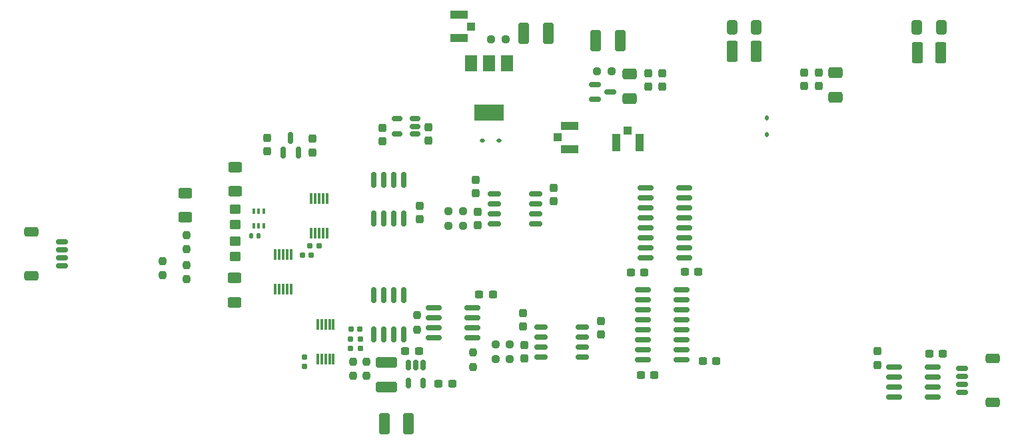
<source format=gbr>
%TF.GenerationSoftware,KiCad,Pcbnew,7.0.9*%
%TF.CreationDate,2024-10-16T13:46:26-06:00*%
%TF.ProjectId,sq_lockin_v9,73715f6c-6f63-46b6-996e-5f76392e6b69,rev?*%
%TF.SameCoordinates,Original*%
%TF.FileFunction,Paste,Top*%
%TF.FilePolarity,Positive*%
%FSLAX46Y46*%
G04 Gerber Fmt 4.6, Leading zero omitted, Abs format (unit mm)*
G04 Created by KiCad (PCBNEW 7.0.9) date 2024-10-16 13:46:26*
%MOMM*%
%LPD*%
G01*
G04 APERTURE LIST*
G04 Aperture macros list*
%AMRoundRect*
0 Rectangle with rounded corners*
0 $1 Rounding radius*
0 $2 $3 $4 $5 $6 $7 $8 $9 X,Y pos of 4 corners*
0 Add a 4 corners polygon primitive as box body*
4,1,4,$2,$3,$4,$5,$6,$7,$8,$9,$2,$3,0*
0 Add four circle primitives for the rounded corners*
1,1,$1+$1,$2,$3*
1,1,$1+$1,$4,$5*
1,1,$1+$1,$6,$7*
1,1,$1+$1,$8,$9*
0 Add four rect primitives between the rounded corners*
20,1,$1+$1,$2,$3,$4,$5,0*
20,1,$1+$1,$4,$5,$6,$7,0*
20,1,$1+$1,$6,$7,$8,$9,0*
20,1,$1+$1,$8,$9,$2,$3,0*%
G04 Aperture macros list end*
%ADD10RoundRect,0.250000X0.625000X-0.400000X0.625000X0.400000X-0.625000X0.400000X-0.625000X-0.400000X0*%
%ADD11RoundRect,0.250000X-0.450000X0.350000X-0.450000X-0.350000X0.450000X-0.350000X0.450000X0.350000X0*%
%ADD12RoundRect,0.237500X-0.237500X0.250000X-0.237500X-0.250000X0.237500X-0.250000X0.237500X0.250000X0*%
%ADD13RoundRect,0.237500X0.237500X-0.300000X0.237500X0.300000X-0.237500X0.300000X-0.237500X-0.300000X0*%
%ADD14RoundRect,0.150000X0.512500X0.150000X-0.512500X0.150000X-0.512500X-0.150000X0.512500X-0.150000X0*%
%ADD15R,1.050000X1.000000*%
%ADD16R,2.200000X1.050000*%
%ADD17RoundRect,0.237500X0.237500X-0.250000X0.237500X0.250000X-0.237500X0.250000X-0.237500X-0.250000X0*%
%ADD18RoundRect,0.150000X0.150000X-0.587500X0.150000X0.587500X-0.150000X0.587500X-0.150000X-0.587500X0*%
%ADD19RoundRect,0.237500X0.250000X0.237500X-0.250000X0.237500X-0.250000X-0.237500X0.250000X-0.237500X0*%
%ADD20RoundRect,0.237500X-0.237500X0.300000X-0.237500X-0.300000X0.237500X-0.300000X0.237500X0.300000X0*%
%ADD21RoundRect,0.150000X-0.675000X-0.150000X0.675000X-0.150000X0.675000X0.150000X-0.675000X0.150000X0*%
%ADD22RoundRect,0.237500X-0.300000X-0.237500X0.300000X-0.237500X0.300000X0.237500X-0.300000X0.237500X0*%
%ADD23RoundRect,0.237500X0.300000X0.237500X-0.300000X0.237500X-0.300000X-0.237500X0.300000X-0.237500X0*%
%ADD24RoundRect,0.160000X-0.160000X0.197500X-0.160000X-0.197500X0.160000X-0.197500X0.160000X0.197500X0*%
%ADD25RoundRect,0.160000X0.160000X-0.197500X0.160000X0.197500X-0.160000X0.197500X-0.160000X-0.197500X0*%
%ADD26RoundRect,0.150000X-0.825000X-0.150000X0.825000X-0.150000X0.825000X0.150000X-0.825000X0.150000X0*%
%ADD27RoundRect,0.112500X-0.187500X-0.112500X0.187500X-0.112500X0.187500X0.112500X-0.187500X0.112500X0*%
%ADD28RoundRect,0.150000X-0.150000X0.825000X-0.150000X-0.825000X0.150000X-0.825000X0.150000X0.825000X0*%
%ADD29RoundRect,0.150000X-0.150000X0.512500X-0.150000X-0.512500X0.150000X-0.512500X0.150000X0.512500X0*%
%ADD30RoundRect,0.250001X-0.462499X-1.074999X0.462499X-1.074999X0.462499X1.074999X-0.462499X1.074999X0*%
%ADD31RoundRect,0.250000X0.650000X-0.412500X0.650000X0.412500X-0.650000X0.412500X-0.650000X-0.412500X0*%
%ADD32RoundRect,0.237500X-0.250000X-0.237500X0.250000X-0.237500X0.250000X0.237500X-0.250000X0.237500X0*%
%ADD33RoundRect,0.150000X0.625000X-0.150000X0.625000X0.150000X-0.625000X0.150000X-0.625000X-0.150000X0*%
%ADD34RoundRect,0.250000X0.650000X-0.350000X0.650000X0.350000X-0.650000X0.350000X-0.650000X-0.350000X0*%
%ADD35RoundRect,0.155000X0.155000X-0.212500X0.155000X0.212500X-0.155000X0.212500X-0.155000X-0.212500X0*%
%ADD36RoundRect,0.140000X0.140000X0.170000X-0.140000X0.170000X-0.140000X-0.170000X0.140000X-0.170000X0*%
%ADD37RoundRect,0.150000X-0.625000X0.150000X-0.625000X-0.150000X0.625000X-0.150000X0.625000X0.150000X0*%
%ADD38RoundRect,0.250000X-0.650000X0.350000X-0.650000X-0.350000X0.650000X-0.350000X0.650000X0.350000X0*%
%ADD39R,1.000000X1.050000*%
%ADD40R,1.050000X2.200000*%
%ADD41R,0.300000X1.400000*%
%ADD42R,0.400000X0.650000*%
%ADD43RoundRect,0.250000X-0.412500X-1.100000X0.412500X-1.100000X0.412500X1.100000X-0.412500X1.100000X0*%
%ADD44RoundRect,0.250000X-1.100000X0.412500X-1.100000X-0.412500X1.100000X-0.412500X1.100000X0.412500X0*%
%ADD45RoundRect,0.150000X-0.587500X-0.150000X0.587500X-0.150000X0.587500X0.150000X-0.587500X0.150000X0*%
%ADD46RoundRect,0.155000X-0.212500X-0.155000X0.212500X-0.155000X0.212500X0.155000X-0.212500X0.155000X0*%
%ADD47RoundRect,0.150000X0.825000X0.150000X-0.825000X0.150000X-0.825000X-0.150000X0.825000X-0.150000X0*%
%ADD48RoundRect,0.250000X0.412500X0.650000X-0.412500X0.650000X-0.412500X-0.650000X0.412500X-0.650000X0*%
%ADD49R,1.500000X2.000000*%
%ADD50R,3.800000X2.000000*%
%ADD51RoundRect,0.250000X0.412500X1.100000X-0.412500X1.100000X-0.412500X-1.100000X0.412500X-1.100000X0*%
%ADD52RoundRect,0.155000X0.212500X0.155000X-0.212500X0.155000X-0.212500X-0.155000X0.212500X-0.155000X0*%
%ADD53RoundRect,0.112500X0.112500X-0.187500X0.112500X0.187500X-0.112500X0.187500X-0.112500X-0.187500X0*%
G04 APERTURE END LIST*
D10*
%TO.C,R1*%
X137200000Y-79362500D03*
X137200000Y-76262500D03*
%TD*%
%TO.C,R5*%
X130900000Y-82662500D03*
X130900000Y-79562500D03*
%TD*%
%TO.C,R4*%
X137100000Y-93462500D03*
X137100000Y-90362500D03*
%TD*%
D11*
%TO.C,R2*%
X137175000Y-81600000D03*
X137175000Y-83600000D03*
%TD*%
D12*
%TO.C,R6*%
X131000000Y-88712500D03*
X131000000Y-90537500D03*
%TD*%
D13*
%TO.C,C2*%
X161800000Y-72900000D03*
X161800000Y-71175000D03*
%TD*%
%TO.C,C3*%
X155900000Y-72987500D03*
X155900000Y-71262500D03*
%TD*%
D14*
%TO.C,U2*%
X160037500Y-72050000D03*
X160037500Y-71100000D03*
X160037500Y-70150000D03*
X157762500Y-70150000D03*
X157762500Y-72050000D03*
%TD*%
D15*
%TO.C,J5*%
X178150000Y-72500000D03*
D16*
X179675000Y-71025000D03*
X179675000Y-73975000D03*
%TD*%
D17*
%TO.C,R7*%
X131000000Y-86712500D03*
X131000000Y-84887500D03*
%TD*%
D11*
%TO.C,R3*%
X137200000Y-85675000D03*
X137200000Y-87675000D03*
%TD*%
D13*
%TO.C,C4*%
X141300000Y-74287500D03*
X141300000Y-72562500D03*
%TD*%
%TO.C,C6*%
X147000000Y-74387500D03*
X147000000Y-72662500D03*
%TD*%
D12*
%TO.C,R8*%
X128000000Y-88212500D03*
X128000000Y-90037500D03*
%TD*%
D18*
%TO.C,U3*%
X143320000Y-74412500D03*
X145220000Y-74412500D03*
X144270000Y-72537500D03*
%TD*%
D19*
%TO.C,R16*%
X166137500Y-83760000D03*
X164312500Y-83760000D03*
%TD*%
D13*
%TO.C,C22*%
X168000000Y-83697500D03*
X168000000Y-81972500D03*
%TD*%
%TO.C,C23*%
X167800000Y-79597500D03*
X167800000Y-77872500D03*
%TD*%
D20*
%TO.C,C24*%
X177700000Y-78922500D03*
X177700000Y-80647500D03*
%TD*%
D19*
%TO.C,R15*%
X166137500Y-81860000D03*
X164312500Y-81860000D03*
%TD*%
D21*
%TO.C,U15*%
X170125000Y-79675000D03*
X170125000Y-80945000D03*
X170125000Y-82215000D03*
X170125000Y-83485000D03*
X175375000Y-83485000D03*
X175375000Y-82215000D03*
X175375000Y-80945000D03*
X175375000Y-79675000D03*
%TD*%
D13*
%TO.C,C26*%
X173775000Y-96527500D03*
X173775000Y-94802500D03*
%TD*%
%TO.C,C25*%
X173975000Y-100627500D03*
X173975000Y-98902500D03*
%TD*%
D19*
%TO.C,R18*%
X172112500Y-100690000D03*
X170287500Y-100690000D03*
%TD*%
%TO.C,R17*%
X172112500Y-98790000D03*
X170287500Y-98790000D03*
%TD*%
D20*
%TO.C,C27*%
X183675000Y-95852500D03*
X183675000Y-97577500D03*
%TD*%
D21*
%TO.C,U16*%
X176100000Y-96605000D03*
X176100000Y-97875000D03*
X176100000Y-99145000D03*
X176100000Y-100415000D03*
X181350000Y-100415000D03*
X181350000Y-99145000D03*
X181350000Y-97875000D03*
X181350000Y-96605000D03*
%TD*%
D22*
%TO.C,C16*%
X158837500Y-99660000D03*
X160562500Y-99660000D03*
%TD*%
D23*
%TO.C,C17*%
X169962500Y-92500000D03*
X168237500Y-92500000D03*
%TD*%
D12*
%TO.C,R9*%
X160300000Y-95087500D03*
X160300000Y-96912500D03*
%TD*%
D17*
%TO.C,R10*%
X167400000Y-101672500D03*
X167400000Y-99847500D03*
%TD*%
D24*
%TO.C,R13*%
X151900000Y-98102500D03*
X151900000Y-99297500D03*
%TD*%
D25*
%TO.C,R14*%
X153100000Y-99297500D03*
X153100000Y-98102500D03*
%TD*%
D26*
%TO.C,U13*%
X162425000Y-94155000D03*
X162425000Y-95425000D03*
X162425000Y-96695000D03*
X162425000Y-97965000D03*
X167375000Y-97965000D03*
X167375000Y-96695000D03*
X167375000Y-95425000D03*
X167375000Y-94155000D03*
%TD*%
D22*
%TO.C,C18*%
X163075000Y-103800000D03*
X164800000Y-103800000D03*
%TD*%
D27*
%TO.C,D1*%
X168650000Y-72900000D03*
X170750000Y-72900000D03*
%TD*%
D28*
%TO.C,U11*%
X158605000Y-77885000D03*
X157335000Y-77885000D03*
X156065000Y-77885000D03*
X154795000Y-77885000D03*
X154795000Y-82835000D03*
X156065000Y-82835000D03*
X157335000Y-82835000D03*
X158605000Y-82835000D03*
%TD*%
D13*
%TO.C,C15*%
X160700000Y-82922500D03*
X160700000Y-81197500D03*
%TD*%
D28*
%TO.C,U12*%
X158605000Y-92585000D03*
X157335000Y-92585000D03*
X156065000Y-92585000D03*
X154795000Y-92585000D03*
X154795000Y-97535000D03*
X156065000Y-97535000D03*
X157335000Y-97535000D03*
X158605000Y-97535000D03*
%TD*%
D29*
%TO.C,U14*%
X161100000Y-101412500D03*
X160150000Y-101412500D03*
X159200000Y-101412500D03*
X159200000Y-103687500D03*
X161100000Y-103687500D03*
%TD*%
D30*
%TO.C,L1*%
X200412500Y-61600000D03*
X203387500Y-61600000D03*
%TD*%
D31*
%TO.C,C33*%
X213500000Y-67362500D03*
X213500000Y-64237500D03*
%TD*%
D32*
%TO.C,R20*%
X169737500Y-60000000D03*
X171562500Y-60000000D03*
%TD*%
D33*
%TO.C,J8*%
X229625000Y-104900000D03*
X229625000Y-103900000D03*
X229625000Y-102900000D03*
X229625000Y-101900000D03*
D34*
X233500000Y-106200000D03*
X233500000Y-100600000D03*
%TD*%
D35*
%TO.C,C14*%
X146000000Y-101567500D03*
X146000000Y-100432500D03*
%TD*%
D23*
%TO.C,C10*%
X189200000Y-89700000D03*
X187475000Y-89700000D03*
%TD*%
D36*
%TO.C,C1*%
X140180000Y-85000000D03*
X139220000Y-85000000D03*
%TD*%
D37*
%TO.C,J1*%
X115200000Y-85800000D03*
X115200000Y-86800000D03*
X115200000Y-87800000D03*
X115200000Y-88800000D03*
D38*
X111325000Y-84500000D03*
X111325000Y-90100000D03*
%TD*%
D22*
%TO.C,C11*%
X194337500Y-89600000D03*
X196062500Y-89600000D03*
%TD*%
D39*
%TO.C,J12*%
X187100000Y-71650000D03*
D40*
X188575000Y-73175000D03*
X185625000Y-73175000D03*
%TD*%
D41*
%TO.C,U8*%
X144300000Y-87400000D03*
X143800000Y-87400000D03*
X143300000Y-87400000D03*
X142800000Y-87400000D03*
X142300000Y-87400000D03*
X142300000Y-91800000D03*
X142800000Y-91800000D03*
X143300000Y-91800000D03*
X143800000Y-91800000D03*
X144300000Y-91800000D03*
%TD*%
D42*
%TO.C,U1*%
X140850000Y-81850000D03*
X140200000Y-81850000D03*
X139550000Y-81850000D03*
X139550000Y-83750000D03*
X140200000Y-83750000D03*
X140850000Y-83750000D03*
%TD*%
D26*
%TO.C,U6*%
X220925000Y-101715000D03*
X220925000Y-102985000D03*
X220925000Y-104255000D03*
X220925000Y-105525000D03*
X225875000Y-105525000D03*
X225875000Y-104255000D03*
X225875000Y-102985000D03*
X225875000Y-101715000D03*
%TD*%
D43*
%TO.C,C39*%
X173887500Y-59250000D03*
X177012500Y-59250000D03*
%TD*%
D22*
%TO.C,C5*%
X188737500Y-102700000D03*
X190462500Y-102700000D03*
%TD*%
D44*
%TO.C,C19*%
X156400000Y-101137500D03*
X156400000Y-104262500D03*
%TD*%
D45*
%TO.C,Q1*%
X182965000Y-65757500D03*
X182965000Y-67657500D03*
X184840000Y-66707500D03*
%TD*%
D12*
%TO.C,R11*%
X153900000Y-100987500D03*
X153900000Y-102812500D03*
%TD*%
D46*
%TO.C,C12*%
X145732500Y-87500000D03*
X146867500Y-87500000D03*
%TD*%
D47*
%TO.C,U4*%
X193975000Y-100745000D03*
X193975000Y-99475000D03*
X193975000Y-98205000D03*
X193975000Y-96935000D03*
X193975000Y-95665000D03*
X193975000Y-94395000D03*
X193975000Y-93125000D03*
X193975000Y-91855000D03*
X189025000Y-91855000D03*
X189025000Y-93125000D03*
X189025000Y-94395000D03*
X189025000Y-95665000D03*
X189025000Y-96935000D03*
X189025000Y-98205000D03*
X189025000Y-99475000D03*
X189025000Y-100745000D03*
%TD*%
D17*
%TO.C,R12*%
X152200000Y-102825000D03*
X152200000Y-101000000D03*
%TD*%
D22*
%TO.C,C7*%
X196637500Y-100900000D03*
X198362500Y-100900000D03*
%TD*%
D46*
%TO.C,C13*%
X146732500Y-86300000D03*
X147867500Y-86300000D03*
%TD*%
D20*
%TO.C,C37*%
X209500000Y-64237500D03*
X209500000Y-65962500D03*
%TD*%
D48*
%TO.C,C29*%
X203462500Y-58500000D03*
X200337500Y-58500000D03*
%TD*%
D19*
%TO.C,R19*%
X185015000Y-64107500D03*
X183190000Y-64107500D03*
%TD*%
D43*
%TO.C,C38*%
X183037500Y-60200000D03*
X186162500Y-60200000D03*
%TD*%
D49*
%TO.C,Q2*%
X171750000Y-63050000D03*
X169450000Y-63050000D03*
D50*
X169450000Y-69350000D03*
D49*
X167150000Y-63050000D03*
%TD*%
D20*
%TO.C,C34*%
X189702500Y-64345000D03*
X189702500Y-66070000D03*
%TD*%
D41*
%TO.C,U9*%
X146900000Y-84700000D03*
X147400000Y-84700000D03*
X147900000Y-84700000D03*
X148400000Y-84700000D03*
X148900000Y-84700000D03*
X148900000Y-80300000D03*
X148400000Y-80300000D03*
X147900000Y-80300000D03*
X147400000Y-80300000D03*
X146900000Y-80300000D03*
%TD*%
D13*
%TO.C,C8*%
X218800000Y-101400000D03*
X218800000Y-99675000D03*
%TD*%
D51*
%TO.C,C20*%
X159262500Y-108900000D03*
X156137500Y-108900000D03*
%TD*%
D52*
%TO.C,C21*%
X153067500Y-96900000D03*
X151932500Y-96900000D03*
%TD*%
D20*
%TO.C,C36*%
X191502500Y-64345000D03*
X191502500Y-66070000D03*
%TD*%
D48*
%TO.C,C30*%
X226962500Y-58500000D03*
X223837500Y-58500000D03*
%TD*%
D53*
%TO.C,D3*%
X204800000Y-72150000D03*
X204800000Y-70050000D03*
%TD*%
D15*
%TO.C,J13*%
X167200000Y-58400000D03*
D16*
X165675000Y-59875000D03*
X165675000Y-56925000D03*
%TD*%
D41*
%TO.C,U10*%
X147700000Y-100700000D03*
X148200000Y-100700000D03*
X148700000Y-100700000D03*
X149200000Y-100700000D03*
X149700000Y-100700000D03*
X149700000Y-96300000D03*
X149200000Y-96300000D03*
X148700000Y-96300000D03*
X148200000Y-96300000D03*
X147700000Y-96300000D03*
%TD*%
D30*
%TO.C,L2*%
X223912500Y-61700000D03*
X226887500Y-61700000D03*
%TD*%
D31*
%TO.C,C32*%
X187352500Y-67570000D03*
X187352500Y-64445000D03*
%TD*%
D47*
%TO.C,U7*%
X194275000Y-87805000D03*
X194275000Y-86535000D03*
X194275000Y-85265000D03*
X194275000Y-83995000D03*
X194275000Y-82725000D03*
X194275000Y-81455000D03*
X194275000Y-80185000D03*
X194275000Y-78915000D03*
X189325000Y-78915000D03*
X189325000Y-80185000D03*
X189325000Y-81455000D03*
X189325000Y-82725000D03*
X189325000Y-83995000D03*
X189325000Y-85265000D03*
X189325000Y-86535000D03*
X189325000Y-87805000D03*
%TD*%
D20*
%TO.C,C35*%
X211400000Y-64237500D03*
X211400000Y-65962500D03*
%TD*%
D22*
%TO.C,C9*%
X225437500Y-100000000D03*
X227162500Y-100000000D03*
%TD*%
M02*

</source>
